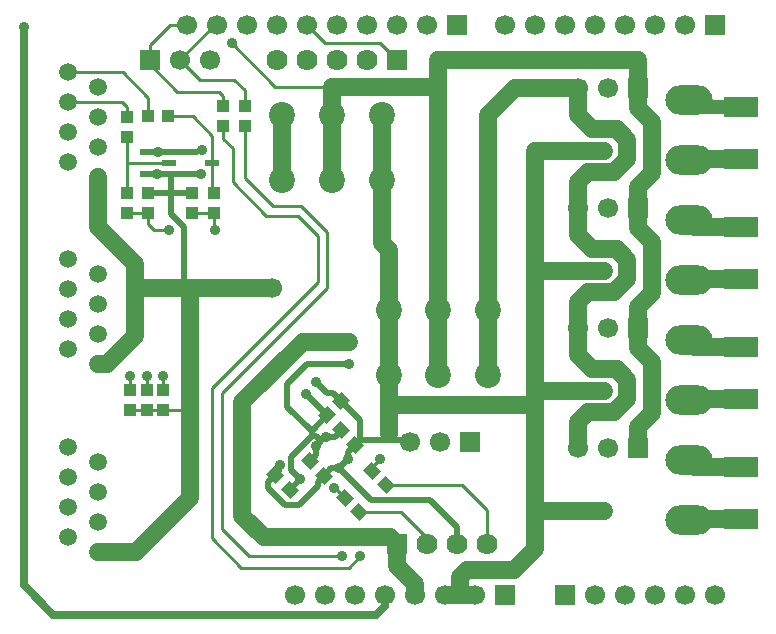
<source format=gbl>
%FSLAX42Y42*%
%MOMM*%
G71*
G01*
G75*
G04 Layer_Physical_Order=2*
G04 Layer_Color=16711680*
%ADD10R,1.00X1.10*%
%ADD11R,1.30X1.50*%
%ADD12O,1.70X0.60*%
%ADD13R,1.10X1.00*%
%ADD14R,1.20X0.60*%
G04:AMPARAMS|DCode=15|XSize=0.3mm|YSize=1.8mm|CornerRadius=0mm|HoleSize=0mm|Usage=FLASHONLY|Rotation=315.000|XOffset=0mm|YOffset=0mm|HoleType=Round|Shape=Round|*
%AMOVALD15*
21,1,1.50,0.30,0.00,0.00,45.0*
1,1,0.30,-0.53,-0.53*
1,1,0.30,0.53,0.53*
%
%ADD15OVALD15*%

G04:AMPARAMS|DCode=16|XSize=0.3mm|YSize=1.8mm|CornerRadius=0mm|HoleSize=0mm|Usage=FLASHONLY|Rotation=225.000|XOffset=0mm|YOffset=0mm|HoleType=Round|Shape=Round|*
%AMOVALD16*
21,1,1.50,0.30,0.00,0.00,315.0*
1,1,0.30,-0.53,0.53*
1,1,0.30,0.53,-0.53*
%
%ADD16OVALD16*%

%ADD17R,1.50X1.30*%
%ADD18C,0.60*%
%ADD19C,0.26*%
%ADD20C,1.20*%
%ADD21C,0.25*%
%ADD22C,0.70*%
%ADD23C,0.50*%
%ADD24C,1.50*%
%ADD25C,1.50*%
%ADD26O,4.00X2.50*%
%ADD27C,2.20*%
%ADD28C,1.70*%
%ADD29R,1.70X1.70*%
%ADD30R,1.78X1.78*%
%ADD31C,1.78*%
%ADD32C,0.90*%
%ADD33C,1.40*%
%ADD34R,2.90X1.68*%
G04:AMPARAMS|DCode=35|XSize=1mm|YSize=1.1mm|CornerRadius=0mm|HoleSize=0mm|Usage=FLASHONLY|Rotation=315.000|XOffset=0mm|YOffset=0mm|HoleType=Round|Shape=Rectangle|*
%AMROTATEDRECTD35*
4,1,4,-0.74,-0.04,0.04,0.74,0.74,0.04,-0.04,-0.74,-0.74,-0.04,0.0*
%
%ADD35ROTATEDRECTD35*%

G04:AMPARAMS|DCode=36|XSize=1mm|YSize=1.1mm|CornerRadius=0mm|HoleSize=0mm|Usage=FLASHONLY|Rotation=225.000|XOffset=0mm|YOffset=0mm|HoleType=Round|Shape=Rectangle|*
%AMROTATEDRECTD36*
4,1,4,-0.04,0.74,0.74,-0.04,0.04,-0.74,-0.74,0.04,-0.04,0.74,0.0*
%
%ADD36ROTATEDRECTD36*%

D10*
X24440Y21956D02*
D03*
Y21786D02*
D03*
X24260Y21956D02*
D03*
X24260Y21786D02*
D03*
X23470Y19556D02*
D03*
Y19386D02*
D03*
X23610Y19556D02*
D03*
Y19386D02*
D03*
X23750Y19556D02*
D03*
Y19386D02*
D03*
X23440Y21866D02*
D03*
X23440Y21696D02*
D03*
X24180Y21226D02*
D03*
X24180Y21056D02*
D03*
X23990Y21056D02*
D03*
Y21226D02*
D03*
X23440Y21226D02*
D03*
X23440Y21056D02*
D03*
X23620Y21056D02*
D03*
X23620Y21226D02*
D03*
D13*
X23625Y21871D02*
D03*
X23795D02*
D03*
D14*
X24164Y21477D02*
D03*
X23984Y21572D02*
D03*
Y21382D02*
D03*
X23796Y21477D02*
D03*
X23616Y21572D02*
D03*
Y21382D02*
D03*
D19*
X23750Y19556D02*
Y19671D01*
X23610Y19556D02*
Y19671D01*
X23470D02*
X23470Y19671D01*
Y19556D02*
Y19671D01*
X23810Y22641D02*
X23950D01*
X23640Y22471D02*
X23810Y22641D01*
X24184D02*
X24204D01*
X23894Y22351D02*
X24184Y22641D01*
X25585Y18947D02*
Y18968D01*
X23703Y21572D02*
X23706Y21569D01*
X23616Y21572D02*
X23703D01*
X24081Y21583D02*
Y21583D01*
X23995Y21583D02*
X24081D01*
X23984Y21572D02*
X23995Y21583D01*
X23706Y21569D02*
X23709Y21572D01*
X22945Y22244D02*
X23407D01*
X23640Y22351D02*
Y22471D01*
X23616Y21382D02*
X23696D01*
X23894Y22351D02*
X24064Y22181D01*
X23640Y22311D02*
Y22351D01*
Y22311D02*
X23870Y22081D01*
X24966Y22641D02*
X25116Y22491D01*
X25590D02*
X25730Y22351D01*
X25116Y22491D02*
X25590D01*
X25520Y18871D02*
Y18903D01*
X25585Y18968D01*
X25197Y18728D02*
X25203D01*
X25290Y18641D01*
X25410Y18521D02*
X25760D01*
X25984Y18297D01*
Y18251D02*
Y18297D01*
X25640Y18751D02*
X26280D01*
X26492Y18539D01*
Y18251D02*
Y18539D01*
X22945Y21990D02*
X23401D01*
X23440Y21951D01*
Y21866D02*
Y21951D01*
X23440Y21226D02*
X23440Y21226D01*
X23444Y21477D02*
X23796D01*
X23440Y21226D02*
Y21696D01*
X23407Y22244D02*
X23625Y22026D01*
Y21871D02*
Y22026D01*
X23795Y21871D02*
X24000D01*
X24164Y21707D01*
Y21477D02*
Y21707D01*
X23984Y21382D02*
X24070D01*
X23440Y21056D02*
X23620D01*
X23990Y21056D02*
X24180D01*
X24164Y21242D02*
Y21477D01*
X24064Y22181D02*
X24350D01*
X24440Y22091D01*
Y21956D02*
Y22091D01*
X23870Y22081D02*
X24220D01*
X24260Y22041D01*
Y21956D02*
Y22041D01*
X24260Y21681D02*
Y21786D01*
Y21681D02*
X24340Y21601D01*
X23670Y20911D02*
X23800D01*
X23620Y20961D02*
X23670Y20911D01*
X23620Y20961D02*
Y21056D01*
X24180Y20921D02*
X24190Y20911D01*
X24180Y20921D02*
Y21056D01*
X23470Y19386D02*
X23610D01*
X23750D01*
X24330Y22491D02*
X24700Y22121D01*
X25180D01*
X25274Y18926D02*
X25274Y18926D01*
X24740Y18921D02*
Y18931D01*
Y18871D02*
Y18921D01*
X24700Y18831D02*
X24740Y18871D01*
X25320Y18051D02*
X25420Y18151D01*
X24480D02*
X25260D01*
X24250Y18381D02*
Y19531D01*
X25140Y20421D01*
Y20891D01*
X24920Y21111D02*
X25140Y20891D01*
X24680Y21111D02*
X24920D01*
X24250Y18381D02*
X24480Y18151D01*
X24440Y21351D02*
Y21786D01*
Y21351D02*
X24680Y21111D01*
X24340Y21311D02*
Y21601D01*
X24620Y21031D02*
X24890D01*
X25060Y20861D01*
Y20471D02*
Y20861D01*
X24160Y19571D02*
X25060Y20471D01*
X24160Y18301D02*
Y19571D01*
X24410Y18051D02*
X25320D01*
X24160Y18301D02*
X24410Y18051D01*
X24340Y21311D02*
X24620Y21031D01*
X23750Y19386D02*
X23975D01*
D20*
X28200Y22007D02*
X28255Y21952D01*
X28640D01*
D22*
X25626Y17727D02*
Y17815D01*
X25550Y17651D02*
X25626Y17727D01*
X22820Y17651D02*
X25550D01*
X22570Y17901D02*
X22820Y17651D01*
X22570Y17901D02*
Y22631D01*
X25880Y17815D02*
Y17851D01*
D23*
X25317Y19032D02*
X25377Y19092D01*
X25317Y18968D02*
Y19032D01*
X25175Y18890D02*
X25239D01*
X25115Y18830D02*
X25175Y18890D01*
X25204Y19159D02*
X25257Y19212D01*
X25126Y19159D02*
X25204D01*
X25048Y19003D02*
Y19081D01*
X24995Y18950D02*
X25048Y19003D01*
Y19081D02*
X25090Y19124D01*
X25274Y18926D02*
X25317Y18968D01*
X25239Y18890D02*
X25274Y18926D01*
X24963Y19520D02*
X25136Y19346D01*
X25006Y19209D02*
X25136Y19339D01*
X25006Y19166D02*
Y19209D01*
X25257Y19460D02*
X25416Y19300D01*
Y19131D02*
Y19300D01*
X25377Y19092D02*
X25416Y19131D01*
X25041Y19619D02*
X25133Y19527D01*
X25189D02*
X25257Y19460D01*
X25133Y19527D02*
X25189D01*
X23709Y21572D02*
X23984D01*
X25239Y18890D02*
X25508Y18621D01*
X26010D01*
X26238Y18393D01*
Y18251D02*
Y18393D01*
X25822Y19131D02*
X25842Y19111D01*
X23620Y21226D02*
X23820D01*
X23990D01*
X23820D02*
Y21368D01*
X23696Y21382D02*
X23984D01*
X23820Y21041D02*
Y21226D01*
Y21041D02*
X23930Y20931D01*
X24800Y19414D02*
X25006Y19209D01*
X24800Y19414D02*
Y19601D01*
X24970Y19771D01*
X25006Y19166D02*
X25048D01*
X24820Y18711D02*
X24907Y18798D01*
X25060Y18741D02*
Y18775D01*
X25115Y18830D01*
X25416Y19131D02*
X25822D01*
X24970Y19771D02*
X25320D01*
X25048Y19166D02*
X25090Y19124D01*
X24830Y18875D02*
X24907Y18798D01*
X24830Y18875D02*
Y18990D01*
X25006Y19166D01*
X24640Y18771D02*
X24700Y18831D01*
X24640Y18721D02*
Y18771D01*
Y18721D02*
X24780Y18581D01*
X24900D01*
X25060Y18741D01*
X23930Y20421D02*
Y20931D01*
D24*
X28200Y18451D02*
X28211Y18462D01*
X28640D01*
X28200Y18959D02*
X28255Y18904D01*
X28640D01*
X28200Y19467D02*
X28211Y19478D01*
X28640D01*
X28200Y19975D02*
X28255Y19920D01*
X28640D01*
X28200Y20483D02*
X28211Y20494D01*
X28640D01*
X28200Y20991D02*
X28255Y20936D01*
X28640D01*
X28200Y21499D02*
X28211Y21510D01*
X28640D01*
X25600Y20801D02*
X25660Y20741D01*
X25600Y20801D02*
Y21331D01*
Y21881D01*
X25660Y19681D02*
Y20231D01*
Y20741D01*
X25180Y21331D02*
Y21881D01*
X27262Y21879D02*
X27380Y21761D01*
X27590D01*
X27680Y21671D01*
Y21511D02*
Y21671D01*
X27570Y21401D02*
X27680Y21511D01*
X27350Y21401D02*
X27570D01*
X27262Y21313D02*
X27350Y21401D01*
X27262Y21092D02*
Y21313D01*
X27770Y21941D02*
Y22108D01*
Y21941D02*
X27890Y21821D01*
Y21391D02*
Y21821D01*
X27770Y21271D02*
X27890Y21391D01*
X27770Y21092D02*
Y21271D01*
Y20076D02*
Y20255D01*
X27890Y20375D01*
Y20805D01*
X27770Y20925D02*
X27890Y20805D01*
X27770Y20925D02*
Y21092D01*
X27262Y20076D02*
Y20297D01*
X27350Y20385D01*
X27570D01*
X27680Y20495D01*
Y20655D01*
X27590Y20745D02*
X27680Y20655D01*
X27380Y20745D02*
X27590D01*
X27262Y20863D02*
X27380Y20745D01*
X27262Y20863D02*
Y21092D01*
X27770Y19060D02*
Y19239D01*
X27890Y19359D01*
Y19789D01*
X27770Y19909D02*
X27890Y19789D01*
X27770Y19909D02*
Y20076D01*
X27262Y19060D02*
Y19281D01*
X27350Y19369D01*
X27570D01*
X27680Y19479D01*
Y19639D01*
X27590Y19729D02*
X27680Y19639D01*
X27380Y19729D02*
X27590D01*
X27262Y19847D02*
X27380Y19729D01*
X27262Y19847D02*
Y20076D01*
X26900Y21581D02*
X27480D01*
X26900Y18533D02*
X27480D01*
X26900Y19549D02*
Y20565D01*
Y21581D01*
Y20565D02*
X27480D01*
X27770Y22108D02*
Y22351D01*
X26080D02*
X27770D01*
X26080Y19681D02*
Y20231D01*
X25180Y21881D02*
Y22121D01*
X26080D01*
Y20231D02*
Y22121D01*
Y22351D01*
X26900Y18533D02*
Y19431D01*
Y19549D01*
X25660Y19431D02*
X26900D01*
X25660Y19181D02*
Y19681D01*
X26900Y19549D02*
X27480D01*
X26900Y18211D02*
Y18533D01*
X26720Y18031D02*
X26900Y18211D01*
X26320Y18031D02*
X26720D01*
X26260Y17971D02*
X26320Y18031D01*
X26134Y17815D02*
X26260D01*
X26388D01*
X26260D02*
Y17971D01*
X24930Y19961D02*
X25320D01*
X24420Y19451D02*
X24930Y19961D01*
X24420Y18491D02*
Y19451D01*
Y18491D02*
X24600Y18311D01*
X25670D01*
X25730Y18251D01*
Y18061D02*
Y18251D01*
Y18061D02*
X25880Y17911D01*
Y17815D02*
Y17911D01*
X23199Y19775D02*
X23274D01*
X23510Y20011D01*
Y20421D01*
X23199Y20932D02*
Y21355D01*
Y20932D02*
X23510Y20621D01*
Y20421D02*
Y20621D01*
Y20421D02*
X23930D01*
X23199Y18185D02*
X23524D01*
X23980Y18641D01*
X23930Y20421D02*
X24670D01*
X23980Y18641D02*
Y20371D01*
X24760Y21331D02*
Y21881D01*
X26500Y19681D02*
Y21879D01*
X27262D02*
Y22108D01*
X26500Y21879D02*
X26729Y22108D01*
X27262D01*
D25*
X23199Y21355D02*
D03*
X22945Y21482D02*
D03*
X23199Y21609D02*
D03*
X22945Y21736D02*
D03*
Y21990D02*
D03*
X23199Y22117D02*
D03*
Y21863D02*
D03*
X22945Y22244D02*
D03*
Y20664D02*
D03*
X23199Y20283D02*
D03*
Y20537D02*
D03*
X22945Y20410D02*
D03*
Y20156D02*
D03*
X23199Y20029D02*
D03*
X22945Y19902D02*
D03*
X23199Y19775D02*
D03*
Y18185D02*
D03*
X22945Y18312D02*
D03*
X23199Y18439D02*
D03*
X22945Y18566D02*
D03*
Y18820D02*
D03*
X23199Y18947D02*
D03*
Y18693D02*
D03*
X22945Y19074D02*
D03*
X25320Y19961D02*
D03*
D26*
X28200Y18451D02*
D03*
Y18959D02*
D03*
Y19975D02*
D03*
Y19467D02*
D03*
Y20483D02*
D03*
Y20991D02*
D03*
Y22007D02*
D03*
Y21499D02*
D03*
D27*
X25660Y20231D02*
D03*
X26080D02*
D03*
X26500D02*
D03*
X25660Y19681D02*
D03*
X26080D02*
D03*
X26500D02*
D03*
X24760Y21881D02*
D03*
X25180D02*
D03*
X25600D02*
D03*
X24760Y21331D02*
D03*
X25180D02*
D03*
X25600D02*
D03*
D28*
X23894Y22351D02*
D03*
X24148D02*
D03*
X25842Y19111D02*
D03*
X26096D02*
D03*
X27516Y19060D02*
D03*
X27262D02*
D03*
Y20076D02*
D03*
X27516D02*
D03*
Y21092D02*
D03*
X27262D02*
D03*
Y22108D02*
D03*
X27516D02*
D03*
X27404Y17815D02*
D03*
X27912D02*
D03*
X28166D02*
D03*
X27658D02*
D03*
X28420D02*
D03*
X26388D02*
D03*
X25880D02*
D03*
X25626D02*
D03*
X24864D02*
D03*
X25118D02*
D03*
X26134D02*
D03*
X25372D02*
D03*
X28166Y22641D02*
D03*
X27658D02*
D03*
X27404D02*
D03*
X26642D02*
D03*
X26896D02*
D03*
X27912D02*
D03*
X27150D02*
D03*
X25474D02*
D03*
X25728D02*
D03*
X24712D02*
D03*
X24966D02*
D03*
X24204D02*
D03*
X23950D02*
D03*
X25982D02*
D03*
X25220D02*
D03*
X24458D02*
D03*
X24670Y20421D02*
D03*
D29*
X23640Y22351D02*
D03*
X26350Y19111D02*
D03*
X27770Y19060D02*
D03*
Y20076D02*
D03*
Y21092D02*
D03*
Y22108D02*
D03*
X27150Y17815D02*
D03*
X26642D02*
D03*
X28420Y22641D02*
D03*
X26236D02*
D03*
D30*
X25730Y18251D02*
D03*
Y22351D02*
D03*
D31*
X25984Y18251D02*
D03*
X26492D02*
D03*
X26238D02*
D03*
X25222Y22351D02*
D03*
X24714D02*
D03*
X24968D02*
D03*
X25476D02*
D03*
D32*
X23750Y19671D02*
D03*
X23610D02*
D03*
X23470D02*
D03*
X25260Y18151D02*
D03*
X25317Y18968D02*
D03*
X25239Y18890D02*
D03*
X25126Y19159D02*
D03*
X25048Y19081D02*
D03*
X25585Y18968D02*
D03*
X25197Y18728D02*
D03*
X22570Y22631D02*
D03*
X24907Y18798D02*
D03*
X24963Y19520D02*
D03*
X25041Y19619D02*
D03*
X23706Y21569D02*
D03*
X24081Y21583D02*
D03*
X23696Y21382D02*
D03*
X24070D02*
D03*
X23800Y20911D02*
D03*
X24190D02*
D03*
X24330Y22491D02*
D03*
X25320Y19771D02*
D03*
X24740Y18921D02*
D03*
X25420Y18151D02*
D03*
D33*
X27480Y21581D02*
D03*
Y20565D02*
D03*
Y18533D02*
D03*
Y19549D02*
D03*
X26500Y21879D02*
D03*
D34*
X28640Y21952D02*
D03*
Y21510D02*
D03*
Y20936D02*
D03*
Y20494D02*
D03*
Y19920D02*
D03*
Y19478D02*
D03*
Y18904D02*
D03*
Y18462D02*
D03*
D35*
X25136Y19339D02*
D03*
X25257Y19460D02*
D03*
D36*
Y19212D02*
D03*
X25377Y19092D02*
D03*
X24995Y18950D02*
D03*
X25115Y18830D02*
D03*
X24820Y18711D02*
D03*
X24700Y18831D02*
D03*
X25520Y18871D02*
D03*
X25640Y18751D02*
D03*
X25290Y18641D02*
D03*
X25410Y18521D02*
D03*
M02*

</source>
